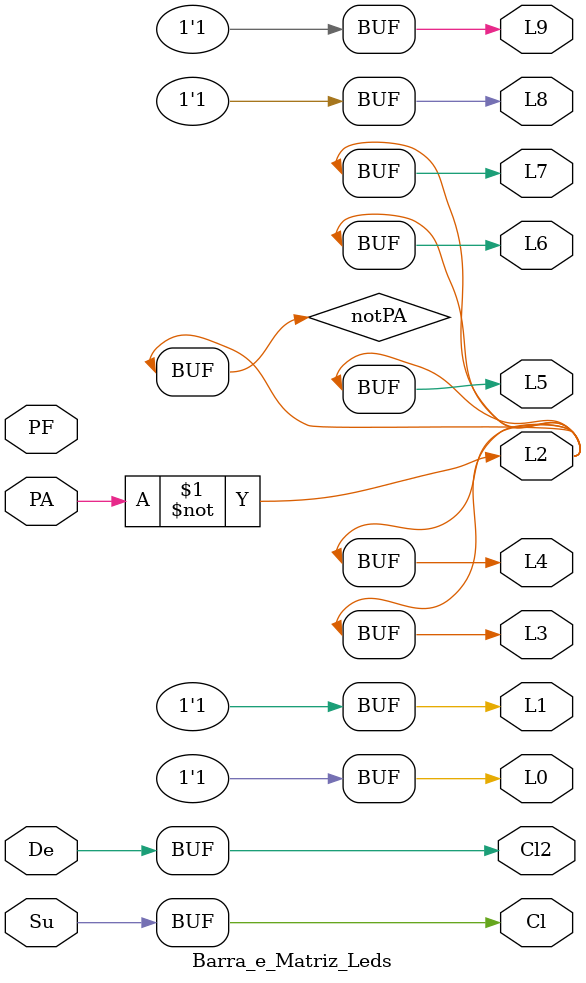
<source format=v>
module Barra_e_Matriz_Leds(Su, De, PA, PF, L0, L1, L2, L3, L4, L5, L6, L7, L8, L9, Cl, Cl2);

input Su, De, PA, PF;
output L0, L1, L2, L3, L4, L5, L6, L7, L8, L9, Cl, Cl2;
	
	// Negações
	not(notPA, PA);

	// Barra de Leds
	//Expressão F: LED0 = 1	
	not(L0, 0);
	//Expressão F: LED1 = 1	
	not(L1, 0);
	//Expressão F: LED2 = P	
	and(L2, notPA);
	//Expressão F: LED3 = PF	
	and(L3, notPA);
	//Expressão F: LED4 = PF	
	and(L4, notPA);
	//Expressão F: LED5 = PF	
	and(L5, notPA);
	//Expressão F: LED6 = PF	
	and(L6, notPA);
	//Expressão F: LED7 = PF	
	and(L7, notPA);
	//Expressão F: LED8 = 1	
	not(L8, 0);
	//Expressão F: LED9 = 1	
	not(L9, 0);
	
	//Matriz de Leds
	and(Cl, Su);
	and(Cl2, De);
	
endmodule 
</source>
